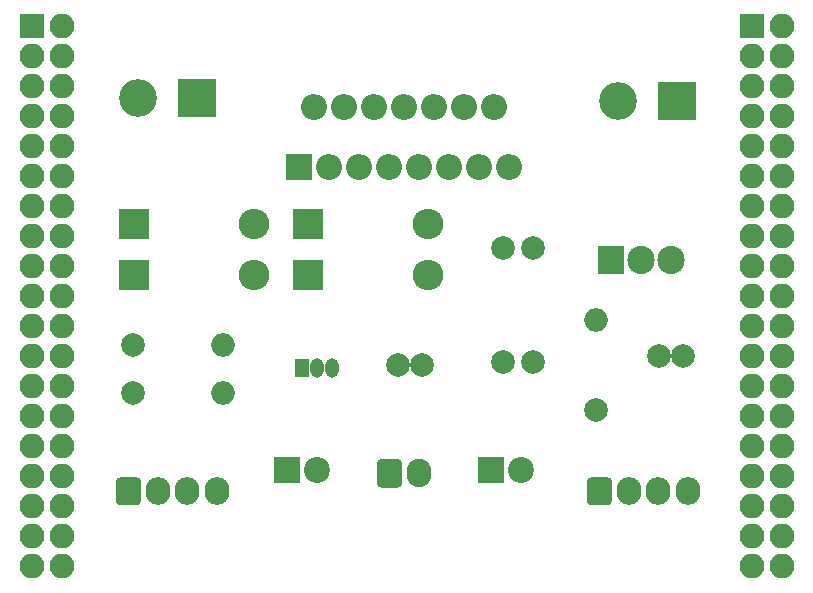
<source format=gbr>
%TF.GenerationSoftware,KiCad,Pcbnew,(5.1.6)-1*%
%TF.CreationDate,2021-07-06T14:07:52+07:00*%
%TF.ProjectId,test1,74657374-312e-46b6-9963-61645f706362,rev?*%
%TF.SameCoordinates,Original*%
%TF.FileFunction,Soldermask,Top*%
%TF.FilePolarity,Negative*%
%FSLAX46Y46*%
G04 Gerber Fmt 4.6, Leading zero omitted, Abs format (unit mm)*
G04 Created by KiCad (PCBNEW (5.1.6)-1) date 2021-07-06 14:07:52*
%MOMM*%
%LPD*%
G01*
G04 APERTURE LIST*
%ADD10R,1.200000X1.650000*%
%ADD11O,1.200000X1.650000*%
%ADD12O,2.305000X2.400000*%
%ADD13R,2.305000X2.400000*%
%ADD14O,2.000000X2.000000*%
%ADD15C,2.000000*%
%ADD16O,2.100000X2.400000*%
%ADD17O,2.100000X2.350000*%
%ADD18O,2.600000X2.600000*%
%ADD19R,2.600000X2.600000*%
%ADD20C,2.200000*%
%ADD21R,2.200000X2.200000*%
%ADD22O,2.200000X2.200000*%
%ADD23C,3.200000*%
%ADD24R,3.200000X3.200000*%
%ADD25O,2.100000X2.100000*%
%ADD26R,2.100000X2.100000*%
G04 APERTURE END LIST*
D10*
%TO.C,U3*%
X156162000Y-100188000D03*
D11*
X158702000Y-100188000D03*
X157432000Y-100188000D03*
%TD*%
D12*
%TO.C,U1*%
X187404000Y-91044000D03*
X184864000Y-91044000D03*
D13*
X182324000Y-91044000D03*
%TD*%
D14*
%TO.C,R100*%
X181054000Y-96124000D03*
D15*
X181054000Y-103744000D03*
%TD*%
D16*
%TO.C,limit switch*%
X166028000Y-109078000D03*
G36*
G01*
X162478000Y-109969177D02*
X162478000Y-108186823D01*
G75*
G02*
X162786823Y-107878000I308823J0D01*
G01*
X164269177Y-107878000D01*
G75*
G02*
X164578000Y-108186823I0J-308823D01*
G01*
X164578000Y-109969177D01*
G75*
G02*
X164269177Y-110278000I-308823J0D01*
G01*
X162786823Y-110278000D01*
G75*
G02*
X162478000Y-109969177I0J308823D01*
G01*
G37*
%TD*%
D17*
%TO.C,end-effector*%
X188808000Y-110602000D03*
X186308000Y-110602000D03*
X183808000Y-110602000D03*
G36*
G01*
X180258000Y-111468177D02*
X180258000Y-109735823D01*
G75*
G02*
X180566823Y-109427000I308823J0D01*
G01*
X182049177Y-109427000D01*
G75*
G02*
X182358000Y-109735823I0J-308823D01*
G01*
X182358000Y-111468177D01*
G75*
G02*
X182049177Y-111777000I-308823J0D01*
G01*
X180566823Y-111777000D01*
G75*
G02*
X180258000Y-111468177I0J308823D01*
G01*
G37*
%TD*%
D18*
%TO.C,D6*%
X166830000Y-92314000D03*
D19*
X156670000Y-92314000D03*
%TD*%
D18*
%TO.C,D5*%
X166830000Y-87996000D03*
D19*
X156670000Y-87996000D03*
%TD*%
D18*
%TO.C,D4*%
X152098000Y-92314000D03*
D19*
X141938000Y-92314000D03*
%TD*%
D18*
%TO.C,D3*%
X152098000Y-87996000D03*
D19*
X141938000Y-87996000D03*
%TD*%
D20*
%TO.C,D2*%
X174704000Y-108824000D03*
D21*
X172164000Y-108824000D03*
%TD*%
D20*
%TO.C,D1*%
X157432000Y-108824000D03*
D21*
X154892000Y-108824000D03*
%TD*%
D15*
%TO.C,C4*%
X166290000Y-99934000D03*
X164290000Y-99934000D03*
%TD*%
%TO.C,C3*%
X188388000Y-99172000D03*
X186388000Y-99172000D03*
%TD*%
%TO.C,C2*%
X175680000Y-99680000D03*
X173180000Y-99680000D03*
%TD*%
%TO.C,C1*%
X175680000Y-90028000D03*
X173180000Y-90028000D03*
%TD*%
D22*
%TO.C,U2*%
X173688000Y-83170000D03*
X172418000Y-78090000D03*
X171148000Y-83170000D03*
X169878000Y-78090000D03*
X168608000Y-83170000D03*
X167338000Y-78090000D03*
X166068000Y-83170000D03*
X164798000Y-78090000D03*
X163528000Y-83170000D03*
X162258000Y-78090000D03*
X160988000Y-83170000D03*
X159718000Y-78090000D03*
X158448000Y-83170000D03*
X157178000Y-78090000D03*
D21*
X155908000Y-83170000D03*
%TD*%
D14*
%TO.C,R2*%
X149464000Y-102252000D03*
D15*
X141844000Y-102252000D03*
%TD*%
D14*
%TO.C,R1*%
X149464000Y-98202000D03*
D15*
X141844000Y-98202000D03*
%TD*%
D23*
%TO.C,J3*%
X142272000Y-77328000D03*
D24*
X147272000Y-77328000D03*
%TD*%
D23*
%TO.C,J2*%
X182912000Y-77582000D03*
D24*
X187912000Y-77582000D03*
%TD*%
D17*
%TO.C,encoder*%
X148930000Y-110602000D03*
X146430000Y-110602000D03*
X143930000Y-110602000D03*
G36*
G01*
X140380000Y-111468177D02*
X140380000Y-109735823D01*
G75*
G02*
X140688823Y-109427000I308823J0D01*
G01*
X142171177Y-109427000D01*
G75*
G02*
X142480000Y-109735823I0J-308823D01*
G01*
X142480000Y-111468177D01*
G75*
G02*
X142171177Y-111777000I-308823J0D01*
G01*
X140688823Y-111777000D01*
G75*
G02*
X140380000Y-111468177I0J308823D01*
G01*
G37*
%TD*%
D25*
%TO.C,CN10*%
X196750000Y-116960000D03*
X194210000Y-116960000D03*
X196750000Y-114420000D03*
X194210000Y-114420000D03*
X196750000Y-111880000D03*
X194210000Y-111880000D03*
X196750000Y-109340000D03*
X194210000Y-109340000D03*
X196750000Y-106800000D03*
X194210000Y-106800000D03*
X196750000Y-104260000D03*
X194210000Y-104260000D03*
X196750000Y-101720000D03*
X194210000Y-101720000D03*
X196750000Y-99180000D03*
X194210000Y-99180000D03*
X196750000Y-96640000D03*
X194210000Y-96640000D03*
X196750000Y-94100000D03*
X194210000Y-94100000D03*
X196750000Y-91560000D03*
X194210000Y-91560000D03*
X196750000Y-89020000D03*
X194210000Y-89020000D03*
X196750000Y-86480000D03*
X194210000Y-86480000D03*
X196750000Y-83940000D03*
X194210000Y-83940000D03*
X196750000Y-81400000D03*
X194210000Y-81400000D03*
X196750000Y-78860000D03*
X194210000Y-78860000D03*
X196750000Y-76320000D03*
X194210000Y-76320000D03*
X196750000Y-73780000D03*
X194210000Y-73780000D03*
X196750000Y-71240000D03*
D26*
X194210000Y-71240000D03*
%TD*%
D25*
%TO.C,CN7*%
X135790000Y-116960000D03*
X133250000Y-116960000D03*
X135790000Y-114420000D03*
X133250000Y-114420000D03*
X135790000Y-111880000D03*
X133250000Y-111880000D03*
X135790000Y-109340000D03*
X133250000Y-109340000D03*
X135790000Y-106800000D03*
X133250000Y-106800000D03*
X135790000Y-104260000D03*
X133250000Y-104260000D03*
X135790000Y-101720000D03*
X133250000Y-101720000D03*
X135790000Y-99180000D03*
X133250000Y-99180000D03*
X135790000Y-96640000D03*
X133250000Y-96640000D03*
X135790000Y-94100000D03*
X133250000Y-94100000D03*
X135790000Y-91560000D03*
X133250000Y-91560000D03*
X135790000Y-89020000D03*
X133250000Y-89020000D03*
X135790000Y-86480000D03*
X133250000Y-86480000D03*
X135790000Y-83940000D03*
X133250000Y-83940000D03*
X135790000Y-81400000D03*
X133250000Y-81400000D03*
X135790000Y-78860000D03*
X133250000Y-78860000D03*
X135790000Y-76320000D03*
X133250000Y-76320000D03*
X135790000Y-73780000D03*
X133250000Y-73780000D03*
X135790000Y-71240000D03*
D26*
X133250000Y-71240000D03*
%TD*%
M02*

</source>
